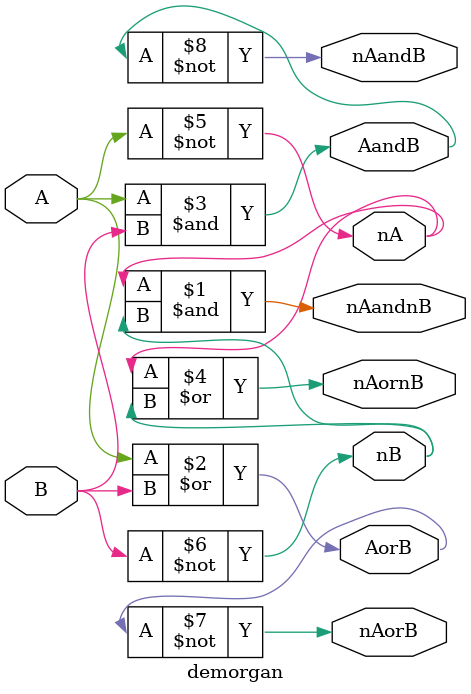
<source format=v>
module demorgan
(
  input  A,          // Single bit inputs
  input  B,

  output nA,         // Output intermediate complemented inputs
  output nB,

  output nAandnB,     // Single bit output, (~A)*(~B)

  output AorB,
  output nAorB,     // Single bit output, ~(A+B)

  output AandB,
  output nAandB,     // Single bit output, ~(A*B)

  output nAornB     // Single bit output, (~A)+(~B)
);

  wire nA;
  wire nB;
  wire AorB;
  wire AandB;

  not Ainv(nA, A);  	// Top inverter is named Ainv, takes signal A as input and produces signal nA
  not Binv(nB, B);

  and andgate1(nAandnB, nA, nB); 	// AND gate produces nAandnB from nA and nB

  or orgate1(AorB, A, B);
  not AorBinv(nAorB, AorB);

  and andgate2(AandB, A, B);
  not AandBinv(nAandB, AandB);

  or orgate2(nAornB, nA, nB);   // AND gate produces nAornB from nA and nB


endmodule
</source>
